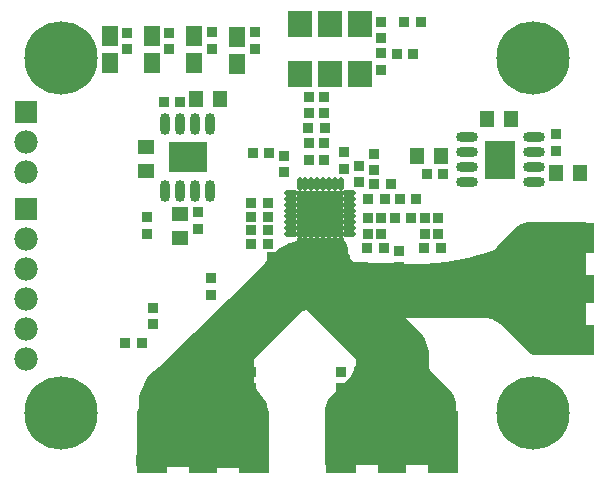
<source format=gts>
G04 Layer_Color=8388736*
%FSAX24Y24*%
%MOIN*%
G70*
G01*
G75*
%ADD54R,0.0380X0.0380*%
%ADD55R,0.0380X0.0380*%
%ADD56R,0.0580X0.0680*%
%ADD57R,0.0789X0.0867*%
%ADD58R,0.0980X0.2080*%
%ADD59R,0.2080X0.0980*%
%ADD60O,0.0336X0.0730*%
%ADD61R,0.1300X0.1029*%
%ADD62O,0.0730X0.0336*%
%ADD63R,0.1029X0.1300*%
%ADD64R,0.0580X0.0480*%
%ADD65R,0.0480X0.0580*%
%ADD66R,0.1517X0.1517*%
%ADD67O,0.0178X0.0454*%
%ADD68O,0.0454X0.0178*%
%ADD69R,0.0308X0.0332*%
%ADD70C,0.2442*%
%ADD71R,0.1030X0.2080*%
%ADD72C,0.0780*%
%ADD73R,0.0780X0.0780*%
%ADD74R,0.2080X0.1030*%
G36*
X029321Y013806D02*
X029321Y013799D01*
X029318Y013786D01*
X029313Y013774D01*
X029305Y013762D01*
X029301Y013758D01*
X029298Y013760D01*
X029293Y013764D01*
X029286Y013766D01*
X029280Y013768D01*
X029276Y013768D01*
X029276Y013768D01*
X027491D01*
X026583Y014675D01*
X026511Y014741D01*
X026348Y014850D01*
X026167Y014925D01*
X025974Y014963D01*
X025876Y014968D01*
X025876Y014968D01*
X023291D01*
X023768Y014491D01*
X023837Y014421D01*
X023947Y014257D01*
X024022Y014075D01*
X024061Y013882D01*
X024061Y013783D01*
X024061Y013783D01*
Y013428D01*
X024062Y013390D01*
X024077Y013316D01*
X024106Y013246D01*
X024148Y013183D01*
X024174Y013155D01*
X024174D01*
X024801Y012528D01*
X024843Y012485D01*
X024911Y012384D01*
X024957Y012272D01*
X024981Y012154D01*
X024981Y012093D01*
X024981Y012093D01*
Y010058D01*
X020635Y010058D01*
X020631Y010058D01*
X020625Y010056D01*
X020619Y010054D01*
X020613Y010050D01*
X020611Y010048D01*
X020613Y010050D01*
X020617Y010056D01*
X020619Y010062D01*
X020620Y010069D01*
X020621Y010072D01*
X020621Y010072D01*
Y011798D01*
Y011888D01*
X020656Y012065D01*
X020725Y012232D01*
X020825Y012383D01*
X020889Y012446D01*
X020889Y012446D01*
X021431Y012988D01*
X021478Y013040D01*
X021556Y013157D01*
X021610Y013287D01*
X021637Y013424D01*
X021641Y013495D01*
X021641Y013495D01*
Y013598D01*
X020018Y015221D01*
X020016Y015222D01*
X020012Y015225D01*
X020008Y015227D01*
X020003Y015228D01*
X020001Y015228D01*
X019970Y015226D01*
X019909Y015214D01*
X019853Y015191D01*
X019801Y015156D01*
X019779Y015136D01*
Y015136D01*
X018241Y013598D01*
Y012995D01*
X018245Y012908D01*
X018279Y012738D01*
X018345Y012577D01*
X018442Y012432D01*
X018501Y012368D01*
X018553Y012315D01*
X018635Y012192D01*
X018692Y012056D01*
X018721Y011911D01*
X018721Y011837D01*
X018721Y011837D01*
Y009948D01*
X014311Y010038D01*
X014410Y012300D01*
X014425Y012379D01*
X014469Y012533D01*
X014528Y012683D01*
X014602Y012825D01*
X014689Y012960D01*
X014789Y013086D01*
X014901Y013201D01*
X015024Y013304D01*
X015090Y013350D01*
X015090Y013350D01*
X018574Y016726D01*
X018617Y016801D01*
X018719Y016941D01*
X018834Y017071D01*
X018962Y017188D01*
X019100Y017293D01*
X019248Y017383D01*
X019404Y017458D01*
X019566Y017518D01*
X019650Y017540D01*
X019650Y017540D01*
X021240Y017540D01*
X021274Y017521D01*
X021326Y017464D01*
X021360Y017395D01*
X021371Y017318D01*
X021366Y017280D01*
X021377Y017264D01*
X021388Y017226D01*
Y017187D01*
X021377Y017149D01*
X021366Y017133D01*
X021374Y017127D01*
X021390Y017113D01*
X021402Y017097D01*
X021411Y017078D01*
X021414Y017068D01*
X021416Y017069D01*
X021420Y017069D01*
X021424Y017069D01*
X021429Y017069D01*
X021431Y017068D01*
X021436Y017060D01*
X021441Y017044D01*
X021441Y017026D01*
X021436Y017009D01*
X021431Y017002D01*
X021431D01*
X021443Y016974D01*
X021475Y016922D01*
X021517Y016877D01*
X021567Y016841D01*
X021594Y016827D01*
X021594D01*
X023360Y016770D01*
X023544Y016766D01*
X023913Y016773D01*
X024280Y016797D01*
X024647Y016839D01*
X025010Y016899D01*
X025370Y016977D01*
X025726Y017072D01*
X026077Y017185D01*
X026251Y017248D01*
X026262Y017256D01*
X026283Y017273D01*
X026303Y017293D01*
X026320Y017314D01*
X026328Y017325D01*
X026328Y017325D01*
X026991Y017988D01*
X027032Y018031D01*
X027131Y018101D01*
X027242Y018150D01*
X027360Y018176D01*
X027421Y018178D01*
X027421Y018178D01*
X029321D01*
X029321Y013806D01*
D02*
G37*
D54*
X022250Y019900D02*
D03*
Y020450D02*
D03*
X016830Y024500D02*
D03*
Y023950D02*
D03*
X015396Y023929D02*
D03*
Y024479D02*
D03*
X014000Y024485D02*
D03*
Y023935D02*
D03*
X021750Y019500D02*
D03*
Y020050D02*
D03*
X019260Y020370D02*
D03*
Y019820D02*
D03*
X021250Y020500D02*
D03*
Y019950D02*
D03*
X020580Y020800D02*
D03*
Y020250D02*
D03*
Y022350D02*
D03*
Y021800D02*
D03*
X022480Y023250D02*
D03*
Y023800D02*
D03*
Y024850D02*
D03*
Y024300D02*
D03*
X018290Y024490D02*
D03*
Y023940D02*
D03*
X020080Y020800D02*
D03*
Y020250D02*
D03*
Y022350D02*
D03*
Y021800D02*
D03*
X016535Y012755D02*
D03*
Y012205D02*
D03*
X014880Y015310D02*
D03*
Y014760D02*
D03*
X022835Y012755D02*
D03*
Y012205D02*
D03*
X016810Y016300D02*
D03*
Y015750D02*
D03*
X021160Y013170D02*
D03*
Y012620D02*
D03*
X021760Y013165D02*
D03*
Y012615D02*
D03*
X018130Y013180D02*
D03*
Y012630D02*
D03*
X017660Y013175D02*
D03*
Y012625D02*
D03*
X014670Y018330D02*
D03*
Y017780D02*
D03*
X016380Y017940D02*
D03*
Y018490D02*
D03*
X028320Y021090D02*
D03*
Y020540D02*
D03*
X024380Y017760D02*
D03*
Y018310D02*
D03*
X022030Y017760D02*
D03*
Y018310D02*
D03*
X023930Y017760D02*
D03*
Y018310D02*
D03*
X022480Y017760D02*
D03*
Y018310D02*
D03*
X018860Y017010D02*
D03*
Y016460D02*
D03*
X023090Y017210D02*
D03*
Y016660D02*
D03*
D55*
X022050Y018950D02*
D03*
X022600D02*
D03*
X022250Y019450D02*
D03*
X022800D02*
D03*
X023100Y018950D02*
D03*
X023650D02*
D03*
X020050Y021300D02*
D03*
X020600D02*
D03*
X023250Y024850D02*
D03*
X023800D02*
D03*
X026418Y015945D02*
D03*
X026969D02*
D03*
X014505Y014150D02*
D03*
X013955D02*
D03*
X023000Y023780D02*
D03*
X023550D02*
D03*
X018700Y018800D02*
D03*
X018150D02*
D03*
X018700Y018350D02*
D03*
X018150D02*
D03*
X022020Y017310D02*
D03*
X022570D02*
D03*
X018700Y017450D02*
D03*
X018150D02*
D03*
X018700Y017900D02*
D03*
X018150D02*
D03*
X015230Y022170D02*
D03*
X015780D02*
D03*
X024000Y019780D02*
D03*
X024550D02*
D03*
X023920Y017310D02*
D03*
X024470D02*
D03*
X022930Y018310D02*
D03*
X023480D02*
D03*
X018200Y020480D02*
D03*
X018750D02*
D03*
D56*
X016240Y024360D02*
D03*
Y023460D02*
D03*
X014850Y024370D02*
D03*
Y023470D02*
D03*
X013450Y024385D02*
D03*
Y023485D02*
D03*
X017690Y024340D02*
D03*
Y023440D02*
D03*
D57*
X021780Y024754D02*
D03*
X020780D02*
D03*
X019780D02*
D03*
Y023100D02*
D03*
X020780D02*
D03*
X021780D02*
D03*
D58*
X016535Y010827D02*
D03*
X022835D02*
D03*
D59*
X028543Y015945D02*
D03*
D60*
X015290Y019218D02*
D03*
X015790D02*
D03*
X016290D02*
D03*
X016790D02*
D03*
X015290Y021442D02*
D03*
X015790D02*
D03*
X016290D02*
D03*
X016790D02*
D03*
D61*
X016040Y020330D02*
D03*
D62*
X025338Y021000D02*
D03*
Y020500D02*
D03*
Y020000D02*
D03*
Y019500D02*
D03*
X027562Y021000D02*
D03*
Y020500D02*
D03*
Y020000D02*
D03*
Y019500D02*
D03*
D63*
X026450Y020250D02*
D03*
D64*
X015790Y017630D02*
D03*
Y018430D02*
D03*
X014650Y019880D02*
D03*
Y020680D02*
D03*
D65*
X023680Y020360D02*
D03*
X024480D02*
D03*
X016300Y022270D02*
D03*
X017100D02*
D03*
X028300Y019800D02*
D03*
X029100D02*
D03*
X026020Y021610D02*
D03*
X026820D02*
D03*
D66*
X020450Y018450D02*
D03*
D67*
X019761Y019424D02*
D03*
X019958D02*
D03*
X020155D02*
D03*
X020352D02*
D03*
X020548D02*
D03*
X020745D02*
D03*
X020942D02*
D03*
X021139D02*
D03*
Y017476D02*
D03*
X020942D02*
D03*
X020745D02*
D03*
X020548D02*
D03*
X020352D02*
D03*
X020155D02*
D03*
X019958D02*
D03*
X019761D02*
D03*
D68*
X021424Y019139D02*
D03*
Y018942D02*
D03*
Y018745D02*
D03*
Y018548D02*
D03*
Y018352D02*
D03*
Y018155D02*
D03*
Y017958D02*
D03*
Y017761D02*
D03*
X019476D02*
D03*
Y017958D02*
D03*
Y018155D02*
D03*
Y018352D02*
D03*
Y018548D02*
D03*
Y018745D02*
D03*
Y018942D02*
D03*
Y019139D02*
D03*
D69*
X022377Y013380D02*
D03*
X022763D02*
D03*
X017000Y013450D02*
D03*
X016614D02*
D03*
D70*
X011811Y023622D02*
D03*
Y011811D02*
D03*
X027559D02*
D03*
Y023622D02*
D03*
D71*
X014835Y010827D02*
D03*
X018235D02*
D03*
X021135D02*
D03*
X024535D02*
D03*
D72*
X010660Y013610D02*
D03*
X010660Y014610D02*
D03*
X010660Y015610D02*
D03*
X010660Y017610D02*
D03*
X010660Y016610D02*
D03*
X010650Y020840D02*
D03*
X010650Y019840D02*
D03*
D73*
X010660Y018610D02*
D03*
X010650Y021840D02*
D03*
D74*
X028543Y014245D02*
D03*
Y017645D02*
D03*
M02*

</source>
